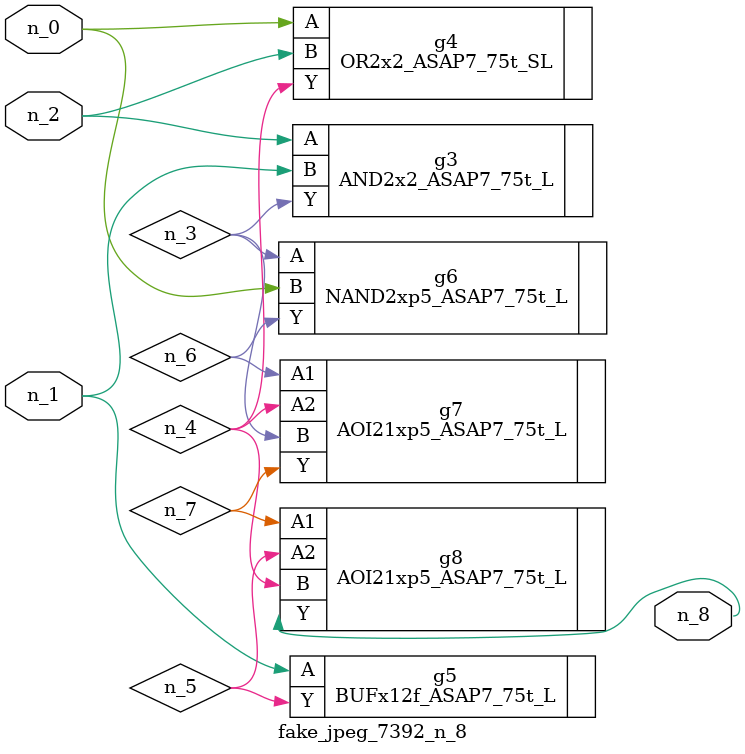
<source format=v>
module fake_jpeg_7392_n_8 (n_0, n_2, n_1, n_8);

input n_0;
input n_2;
input n_1;

output n_8;

wire n_3;
wire n_4;
wire n_6;
wire n_5;
wire n_7;

AND2x2_ASAP7_75t_L g3 ( 
.A(n_2),
.B(n_1),
.Y(n_3)
);

OR2x2_ASAP7_75t_SL g4 ( 
.A(n_0),
.B(n_2),
.Y(n_4)
);

BUFx12f_ASAP7_75t_L g5 ( 
.A(n_1),
.Y(n_5)
);

NAND2xp5_ASAP7_75t_L g6 ( 
.A(n_3),
.B(n_0),
.Y(n_6)
);

AOI21xp5_ASAP7_75t_L g7 ( 
.A1(n_6),
.A2(n_4),
.B(n_3),
.Y(n_7)
);

AOI21xp5_ASAP7_75t_L g8 ( 
.A1(n_7),
.A2(n_5),
.B(n_4),
.Y(n_8)
);


endmodule
</source>
